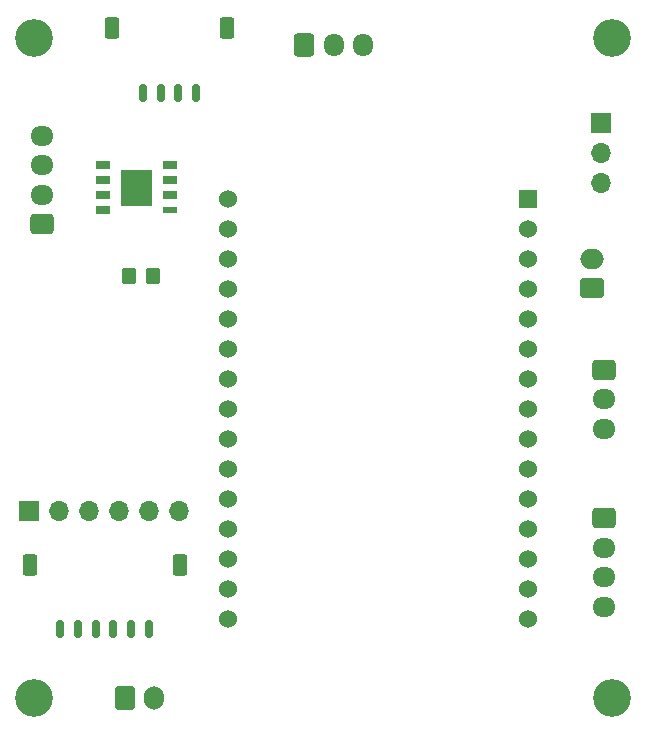
<source format=gbs>
G04 #@! TF.GenerationSoftware,KiCad,Pcbnew,9.0.0*
G04 #@! TF.CreationDate,2025-06-18T16:48:56-04:00*
G04 #@! TF.ProjectId,top_board,746f705f-626f-4617-9264-2e6b69636164,rev?*
G04 #@! TF.SameCoordinates,Original*
G04 #@! TF.FileFunction,Soldermask,Bot*
G04 #@! TF.FilePolarity,Negative*
%FSLAX46Y46*%
G04 Gerber Fmt 4.6, Leading zero omitted, Abs format (unit mm)*
G04 Created by KiCad (PCBNEW 9.0.0) date 2025-06-18 16:48:56*
%MOMM*%
%LPD*%
G01*
G04 APERTURE LIST*
G04 Aperture macros list*
%AMRoundRect*
0 Rectangle with rounded corners*
0 $1 Rounding radius*
0 $2 $3 $4 $5 $6 $7 $8 $9 X,Y pos of 4 corners*
0 Add a 4 corners polygon primitive as box body*
4,1,4,$2,$3,$4,$5,$6,$7,$8,$9,$2,$3,0*
0 Add four circle primitives for the rounded corners*
1,1,$1+$1,$2,$3*
1,1,$1+$1,$4,$5*
1,1,$1+$1,$6,$7*
1,1,$1+$1,$8,$9*
0 Add four rect primitives between the rounded corners*
20,1,$1+$1,$2,$3,$4,$5,0*
20,1,$1+$1,$4,$5,$6,$7,0*
20,1,$1+$1,$6,$7,$8,$9,0*
20,1,$1+$1,$8,$9,$2,$3,0*%
G04 Aperture macros list end*
%ADD10C,3.200000*%
%ADD11RoundRect,0.250000X0.750000X-0.600000X0.750000X0.600000X-0.750000X0.600000X-0.750000X-0.600000X0*%
%ADD12O,2.000000X1.700000*%
%ADD13R,1.700000X1.700000*%
%ADD14O,1.700000X1.700000*%
%ADD15RoundRect,0.250000X-0.600000X-0.725000X0.600000X-0.725000X0.600000X0.725000X-0.600000X0.725000X0*%
%ADD16O,1.700000X1.950000*%
%ADD17RoundRect,0.250000X-0.725000X0.600000X-0.725000X-0.600000X0.725000X-0.600000X0.725000X0.600000X0*%
%ADD18O,1.950000X1.700000*%
%ADD19RoundRect,0.250000X0.725000X-0.600000X0.725000X0.600000X-0.725000X0.600000X-0.725000X-0.600000X0*%
%ADD20RoundRect,0.250000X-0.600000X-0.750000X0.600000X-0.750000X0.600000X0.750000X-0.600000X0.750000X0*%
%ADD21O,1.700000X2.000000*%
%ADD22RoundRect,0.150000X-0.150000X-0.600000X0.150000X-0.600000X0.150000X0.600000X-0.150000X0.600000X0*%
%ADD23RoundRect,0.250000X-0.375000X-0.650000X0.375000X-0.650000X0.375000X0.650000X-0.375000X0.650000X0*%
%ADD24R,1.310000X0.650000*%
%ADD25R,1.310000X0.600000*%
%ADD26R,1.325000X1.500000*%
%ADD27RoundRect,0.250000X0.350000X0.450000X-0.350000X0.450000X-0.350000X-0.450000X0.350000X-0.450000X0*%
%ADD28R,1.524000X1.524000*%
%ADD29C,1.524000*%
G04 APERTURE END LIST*
D10*
X241935000Y-113665000D03*
D11*
X240284000Y-78994000D03*
D12*
X240284000Y-76494000D03*
D13*
X192560000Y-97900000D03*
D14*
X195100000Y-97900000D03*
X197640000Y-97900000D03*
X200180000Y-97900000D03*
X202720000Y-97900000D03*
X205260000Y-97900000D03*
D15*
X215900000Y-58420000D03*
D16*
X218400000Y-58420000D03*
X220900000Y-58420000D03*
D17*
X241300000Y-98465000D03*
D18*
X241300000Y-100965000D03*
X241300000Y-103465000D03*
X241300000Y-105965000D03*
D17*
X241300000Y-85892000D03*
D18*
X241300000Y-88392000D03*
X241300000Y-90892000D03*
D13*
X241046000Y-65024000D03*
D14*
X241046000Y-67564000D03*
X241046000Y-70104000D03*
D10*
X193040000Y-113665000D03*
X193040000Y-57785000D03*
X241935000Y-57785000D03*
D19*
X193675000Y-73600000D03*
D18*
X193675000Y-71100000D03*
X193675000Y-68600000D03*
X193675000Y-66100000D03*
D20*
X200700000Y-113665000D03*
D21*
X203200000Y-113665000D03*
D22*
X195240000Y-107850000D03*
X196740000Y-107850000D03*
X198240000Y-107850000D03*
X199740000Y-107850000D03*
X201240000Y-107850000D03*
X202740000Y-107850000D03*
D23*
X192635000Y-102410000D03*
X205345000Y-102410000D03*
D24*
X204530000Y-68595000D03*
X204530000Y-69865000D03*
X204530000Y-71135000D03*
D25*
X204530000Y-72405000D03*
D24*
X198840000Y-72405000D03*
X198840000Y-71135000D03*
X198840000Y-69865000D03*
X198840000Y-68595000D03*
D26*
X202347500Y-71250000D03*
X202347500Y-69750000D03*
X201022500Y-71250000D03*
X201022500Y-69750000D03*
D22*
X202235000Y-62440000D03*
X203735000Y-62440000D03*
X205235000Y-62440000D03*
X206735000Y-62440000D03*
D23*
X199630000Y-57000000D03*
X209340000Y-57000000D03*
D27*
X203090000Y-78000000D03*
X201090000Y-78000000D03*
D28*
X234840000Y-71440000D03*
D29*
X234840000Y-73980000D03*
X234840000Y-76520000D03*
X234840000Y-79060000D03*
X234840000Y-81600000D03*
X234840000Y-84140000D03*
X234840000Y-86680000D03*
X234840000Y-89220000D03*
X234840000Y-91760000D03*
X234840000Y-94300000D03*
X234840000Y-96840000D03*
X234840000Y-99380000D03*
X234840000Y-101920000D03*
X234840000Y-104460000D03*
X234840000Y-107000000D03*
X209440000Y-107000000D03*
X209440000Y-104460000D03*
X209440000Y-101920000D03*
X209440000Y-99380000D03*
X209440000Y-96840000D03*
X209440000Y-94300000D03*
X209440000Y-91760000D03*
X209440000Y-89220000D03*
X209440000Y-86680000D03*
X209440000Y-84140000D03*
X209440000Y-81600000D03*
X209440000Y-79060000D03*
X209440000Y-76520000D03*
X209440000Y-73980000D03*
X209440000Y-71440000D03*
M02*

</source>
